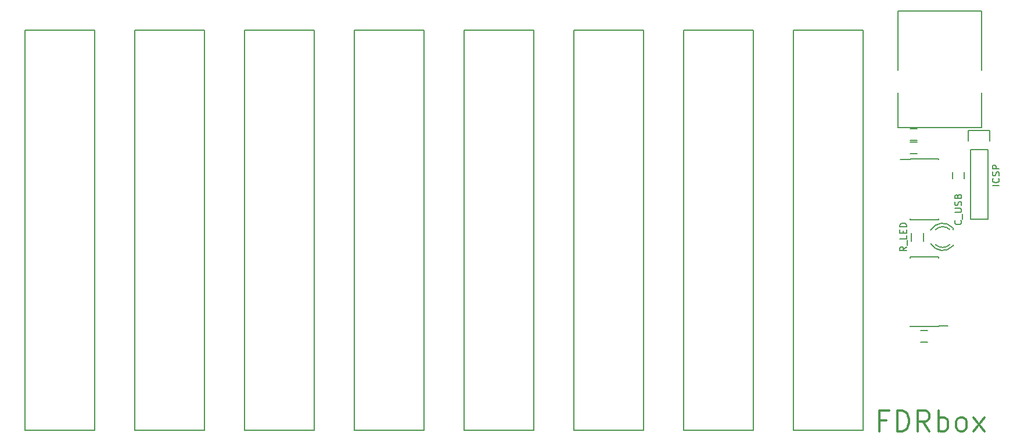
<source format=gto>
G04 #@! TF.FileFunction,Legend,Top*
%FSLAX46Y46*%
G04 Gerber Fmt 4.6, Leading zero omitted, Abs format (unit mm)*
G04 Created by KiCad (PCBNEW 4.0.2-stable) date 2016 July 30, Saturday 23:08:24*
%MOMM*%
G01*
G04 APERTURE LIST*
%ADD10C,0.100000*%
%ADD11C,0.150000*%
%ADD12C,0.350000*%
G04 APERTURE END LIST*
D10*
D11*
X194952381Y-75476190D02*
X193952381Y-75476190D01*
X194857143Y-74428571D02*
X194904762Y-74476190D01*
X194952381Y-74619047D01*
X194952381Y-74714285D01*
X194904762Y-74857143D01*
X194809524Y-74952381D01*
X194714286Y-75000000D01*
X194523810Y-75047619D01*
X194380952Y-75047619D01*
X194190476Y-75000000D01*
X194095238Y-74952381D01*
X194000000Y-74857143D01*
X193952381Y-74714285D01*
X193952381Y-74619047D01*
X194000000Y-74476190D01*
X194047619Y-74428571D01*
X194904762Y-74047619D02*
X194952381Y-73904762D01*
X194952381Y-73666666D01*
X194904762Y-73571428D01*
X194857143Y-73523809D01*
X194761905Y-73476190D01*
X194666667Y-73476190D01*
X194571429Y-73523809D01*
X194523810Y-73571428D01*
X194476190Y-73666666D01*
X194428571Y-73857143D01*
X194380952Y-73952381D01*
X194333333Y-74000000D01*
X194238095Y-74047619D01*
X194142857Y-74047619D01*
X194047619Y-74000000D01*
X194000000Y-73952381D01*
X193952381Y-73857143D01*
X193952381Y-73619047D01*
X194000000Y-73476190D01*
X194952381Y-73047619D02*
X193952381Y-73047619D01*
X193952381Y-72666666D01*
X194000000Y-72571428D01*
X194047619Y-72523809D01*
X194142857Y-72476190D01*
X194285714Y-72476190D01*
X194380952Y-72523809D01*
X194428571Y-72571428D01*
X194476190Y-72666666D01*
X194476190Y-73047619D01*
D12*
X178500000Y-109785714D02*
X177500000Y-109785714D01*
X177500000Y-111357143D02*
X177500000Y-108357143D01*
X178928571Y-108357143D01*
X180071429Y-111357143D02*
X180071429Y-108357143D01*
X180785714Y-108357143D01*
X181214286Y-108500000D01*
X181500000Y-108785714D01*
X181642857Y-109071429D01*
X181785714Y-109642857D01*
X181785714Y-110071429D01*
X181642857Y-110642857D01*
X181500000Y-110928571D01*
X181214286Y-111214286D01*
X180785714Y-111357143D01*
X180071429Y-111357143D01*
X184785714Y-111357143D02*
X183785714Y-109928571D01*
X183071429Y-111357143D02*
X183071429Y-108357143D01*
X184214286Y-108357143D01*
X184500000Y-108500000D01*
X184642857Y-108642857D01*
X184785714Y-108928571D01*
X184785714Y-109357143D01*
X184642857Y-109642857D01*
X184500000Y-109785714D01*
X184214286Y-109928571D01*
X183071429Y-109928571D01*
X186071429Y-111357143D02*
X186071429Y-108357143D01*
X186071429Y-109500000D02*
X186357143Y-109357143D01*
X186928572Y-109357143D01*
X187214286Y-109500000D01*
X187357143Y-109642857D01*
X187500000Y-109928571D01*
X187500000Y-110785714D01*
X187357143Y-111071429D01*
X187214286Y-111214286D01*
X186928572Y-111357143D01*
X186357143Y-111357143D01*
X186071429Y-111214286D01*
X189214286Y-111357143D02*
X188928572Y-111214286D01*
X188785715Y-111071429D01*
X188642858Y-110785714D01*
X188642858Y-109928571D01*
X188785715Y-109642857D01*
X188928572Y-109500000D01*
X189214286Y-109357143D01*
X189642858Y-109357143D01*
X189928572Y-109500000D01*
X190071429Y-109642857D01*
X190214286Y-109928571D01*
X190214286Y-110785714D01*
X190071429Y-111071429D01*
X189928572Y-111214286D01*
X189642858Y-111357143D01*
X189214286Y-111357143D01*
X191214286Y-111357143D02*
X192785715Y-109357143D01*
X191214286Y-109357143D02*
X192785715Y-111357143D01*
D11*
X189850000Y-74500000D02*
X189850000Y-73500000D01*
X188150000Y-73500000D02*
X188150000Y-74500000D01*
X181925000Y-71550000D02*
X181925000Y-71665000D01*
X186075000Y-71550000D02*
X186075000Y-71665000D01*
X186075000Y-80450000D02*
X186075000Y-80335000D01*
X181925000Y-80450000D02*
X181925000Y-80335000D01*
X181925000Y-71550000D02*
X186075000Y-71550000D01*
X181925000Y-80450000D02*
X186075000Y-80450000D01*
X181925000Y-71665000D02*
X180550000Y-71665000D01*
X182000000Y-70850000D02*
X183000000Y-70850000D01*
X183000000Y-69150000D02*
X182000000Y-69150000D01*
X183500000Y-98350000D02*
X184500000Y-98350000D01*
X184500000Y-96650000D02*
X183500000Y-96650000D01*
X182000000Y-68850000D02*
X183000000Y-68850000D01*
X183000000Y-67150000D02*
X182000000Y-67150000D01*
X188199000Y-81686000D02*
X188199000Y-81886000D01*
X188199000Y-84280000D02*
X188199000Y-84100000D01*
X184971256Y-83969643D02*
G75*
G03X188199000Y-84286000I1727744J1003643D01*
G01*
X185646994Y-84099068D02*
G75*
G03X187750000Y-84100000I1052006J1133068D01*
G01*
X188186220Y-81659274D02*
G75*
G03X184949000Y-82006000I-1497220J-1306726D01*
G01*
X187712889Y-81886747D02*
G75*
G03X185665000Y-81906000I-1013889J-1079253D01*
G01*
X192366000Y-58650000D02*
X192366000Y-50014000D01*
X192366000Y-67032000D02*
X192366000Y-61952000D01*
X180174000Y-58650000D02*
X180174000Y-50014000D01*
X180174000Y-67032000D02*
X180174000Y-61952000D01*
X180174000Y-50014000D02*
X192366000Y-50014000D01*
X192366000Y-67032000D02*
X180174000Y-67032000D01*
X190450000Y-69000000D02*
X190450000Y-67450000D01*
X190450000Y-67450000D02*
X193550000Y-67450000D01*
X193550000Y-67450000D02*
X193550000Y-69000000D01*
X193270000Y-70270000D02*
X193270000Y-80430000D01*
X193270000Y-80430000D02*
X190730000Y-80430000D01*
X190730000Y-80430000D02*
X190730000Y-70270000D01*
X193270000Y-70270000D02*
X190730000Y-70270000D01*
X182125000Y-83600000D02*
X182125000Y-82400000D01*
X183875000Y-82400000D02*
X183875000Y-83600000D01*
X52920000Y-111210000D02*
X52920000Y-52790000D01*
X52920000Y-52790000D02*
X63080000Y-52790000D01*
X63080000Y-52790000D02*
X63080000Y-111210000D01*
X63080000Y-111210000D02*
X52920000Y-111210000D01*
X68920000Y-111210000D02*
X68920000Y-52790000D01*
X68920000Y-52790000D02*
X79080000Y-52790000D01*
X79080000Y-52790000D02*
X79080000Y-111210000D01*
X79080000Y-111210000D02*
X68920000Y-111210000D01*
X84920000Y-111210000D02*
X84920000Y-52790000D01*
X84920000Y-52790000D02*
X95080000Y-52790000D01*
X95080000Y-52790000D02*
X95080000Y-111210000D01*
X95080000Y-111210000D02*
X84920000Y-111210000D01*
X100920000Y-111210000D02*
X100920000Y-52790000D01*
X100920000Y-52790000D02*
X111080000Y-52790000D01*
X111080000Y-52790000D02*
X111080000Y-111210000D01*
X111080000Y-111210000D02*
X100920000Y-111210000D01*
X116920000Y-111210000D02*
X116920000Y-52790000D01*
X116920000Y-52790000D02*
X127080000Y-52790000D01*
X127080000Y-52790000D02*
X127080000Y-111210000D01*
X127080000Y-111210000D02*
X116920000Y-111210000D01*
X132920000Y-111210000D02*
X132920000Y-52790000D01*
X132920000Y-52790000D02*
X143080000Y-52790000D01*
X143080000Y-52790000D02*
X143080000Y-111210000D01*
X143080000Y-111210000D02*
X132920000Y-111210000D01*
X148920000Y-111210000D02*
X148920000Y-52790000D01*
X148920000Y-52790000D02*
X159080000Y-52790000D01*
X159080000Y-52790000D02*
X159080000Y-111210000D01*
X159080000Y-111210000D02*
X148920000Y-111210000D01*
X164920000Y-111210000D02*
X164920000Y-52790000D01*
X164920000Y-52790000D02*
X175080000Y-52790000D01*
X175080000Y-52790000D02*
X175080000Y-111210000D01*
X175080000Y-111210000D02*
X164920000Y-111210000D01*
X186075000Y-96075000D02*
X186075000Y-95970000D01*
X181925000Y-96075000D02*
X181925000Y-95970000D01*
X181925000Y-85925000D02*
X181925000Y-86030000D01*
X186075000Y-85925000D02*
X186075000Y-86030000D01*
X186075000Y-96075000D02*
X181925000Y-96075000D01*
X186075000Y-85925000D02*
X181925000Y-85925000D01*
X186075000Y-95970000D02*
X187450000Y-95970000D01*
X189357143Y-80571428D02*
X189404762Y-80619047D01*
X189452381Y-80761904D01*
X189452381Y-80857142D01*
X189404762Y-81000000D01*
X189309524Y-81095238D01*
X189214286Y-81142857D01*
X189023810Y-81190476D01*
X188880952Y-81190476D01*
X188690476Y-81142857D01*
X188595238Y-81095238D01*
X188500000Y-81000000D01*
X188452381Y-80857142D01*
X188452381Y-80761904D01*
X188500000Y-80619047D01*
X188547619Y-80571428D01*
X189547619Y-80380952D02*
X189547619Y-79619047D01*
X188452381Y-79380952D02*
X189261905Y-79380952D01*
X189357143Y-79333333D01*
X189404762Y-79285714D01*
X189452381Y-79190476D01*
X189452381Y-78999999D01*
X189404762Y-78904761D01*
X189357143Y-78857142D01*
X189261905Y-78809523D01*
X188452381Y-78809523D01*
X189404762Y-78380952D02*
X189452381Y-78238095D01*
X189452381Y-77999999D01*
X189404762Y-77904761D01*
X189357143Y-77857142D01*
X189261905Y-77809523D01*
X189166667Y-77809523D01*
X189071429Y-77857142D01*
X189023810Y-77904761D01*
X188976190Y-77999999D01*
X188928571Y-78190476D01*
X188880952Y-78285714D01*
X188833333Y-78333333D01*
X188738095Y-78380952D01*
X188642857Y-78380952D01*
X188547619Y-78333333D01*
X188500000Y-78285714D01*
X188452381Y-78190476D01*
X188452381Y-77952380D01*
X188500000Y-77809523D01*
X188928571Y-77047618D02*
X188976190Y-76904761D01*
X189023810Y-76857142D01*
X189119048Y-76809523D01*
X189261905Y-76809523D01*
X189357143Y-76857142D01*
X189404762Y-76904761D01*
X189452381Y-76999999D01*
X189452381Y-77380952D01*
X188452381Y-77380952D01*
X188452381Y-77047618D01*
X188500000Y-76952380D01*
X188547619Y-76904761D01*
X188642857Y-76857142D01*
X188738095Y-76857142D01*
X188833333Y-76904761D01*
X188880952Y-76952380D01*
X188928571Y-77047618D01*
X188928571Y-77380952D01*
X181452381Y-84428571D02*
X180976190Y-84761905D01*
X181452381Y-85000000D02*
X180452381Y-85000000D01*
X180452381Y-84619047D01*
X180500000Y-84523809D01*
X180547619Y-84476190D01*
X180642857Y-84428571D01*
X180785714Y-84428571D01*
X180880952Y-84476190D01*
X180928571Y-84523809D01*
X180976190Y-84619047D01*
X180976190Y-85000000D01*
X181547619Y-84238095D02*
X181547619Y-83476190D01*
X181452381Y-82761904D02*
X181452381Y-83238095D01*
X180452381Y-83238095D01*
X180928571Y-82428571D02*
X180928571Y-82095237D01*
X181452381Y-81952380D02*
X181452381Y-82428571D01*
X180452381Y-82428571D01*
X180452381Y-81952380D01*
X181452381Y-81523809D02*
X180452381Y-81523809D01*
X180452381Y-81285714D01*
X180500000Y-81142856D01*
X180595238Y-81047618D01*
X180690476Y-80999999D01*
X180880952Y-80952380D01*
X181023810Y-80952380D01*
X181214286Y-80999999D01*
X181309524Y-81047618D01*
X181404762Y-81142856D01*
X181452381Y-81285714D01*
X181452381Y-81523809D01*
M02*

</source>
